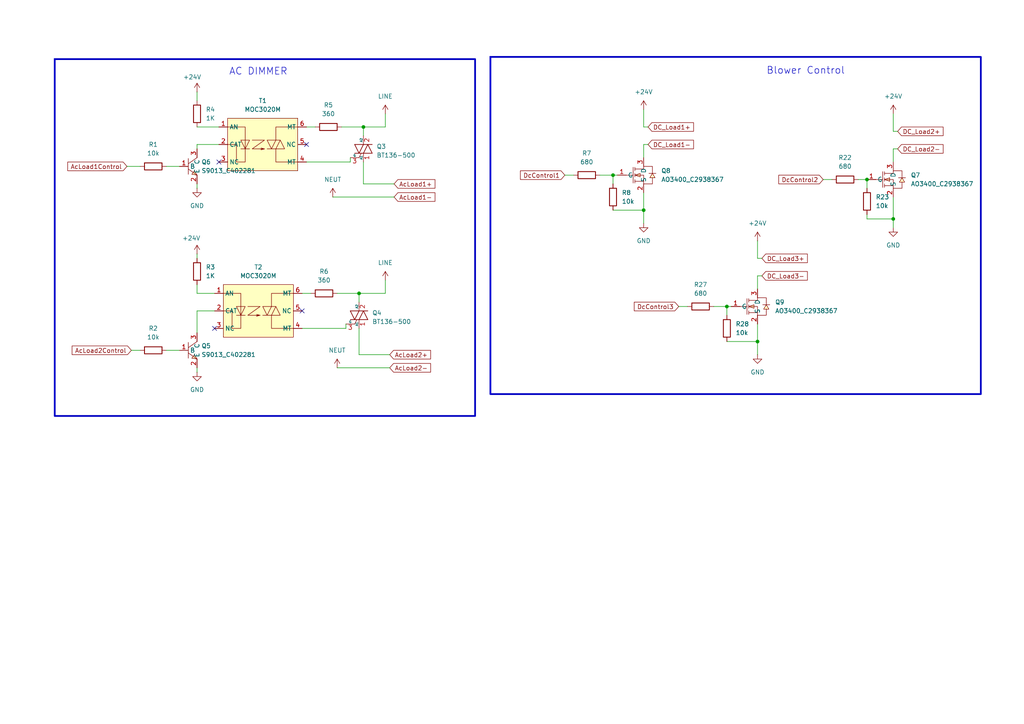
<source format=kicad_sch>
(kicad_sch (version 20250114) (generator "eeschema") (generator_version "9.0")
  (paper "A4")
  (lib_symbols
    (symbol "Device:R" (pin_numbers (hide yes)) (pin_names (offset 0))
      (property "Reference" "R" (at 2.032 0 90))
      (property "Value" "R" (at 0 0 90))
      (symbol "R_0_1"
        (rectangle (start -1.016 -2.54) (end 1.016 2.54) (stroke (width 0.254)))
      )
      (symbol "R_1_1"
        (pin passive line (at 0 3.81 270) (length 1.27) (name "~") (number "1"))
        (pin passive line (at 0 -3.81 90) (length 1.27) (name "~") (number "2"))
      )
    )
    (symbol "EasyEDA:AO3400_C2938367"
      (property "Reference" "Q" (at 0 10.16 0))
      (property "Value" "AO3400_C2938367" (at 0 -10.16 0))
      (symbol "AO3400_C2938367_0_1"
        (polyline (pts (xy -5.08 0) (xy -3.05 0)))
        (polyline (pts (xy -3.05 2.29) (xy -3.05 -2.29)))
        (polyline (pts (xy -2.54 2.29) (xy -2.54 1.27)))
        (polyline (pts (xy -2.54 1.78) (xy 0 1.78) (xy 0 2.54) (xy 2.54 2.54) (xy 2.54 0.51)))
        (polyline (pts (xy -2.54 0) (xy -1.02 -0.51) (xy -1.02 0.51) (xy -2.54 0)) (fill (type background)))
        (polyline (pts (xy -2.54 0) (xy 0 0) (xy 0 -2.54) (xy 2.54 -2.54) (xy 2.54 -0.76)))
        (polyline (pts (xy -2.54 -0.51) (xy -2.54 0.51)))
        (polyline (pts (xy -2.54 -2.29) (xy -2.54 -1.27)))
        (polyline (pts (xy 0 -1.78) (xy -2.54 -1.78)))
        (polyline (pts (xy 2.54 0.51) (xy 1.78 -0.76) (xy 3.3 -0.76) (xy 2.54 0.51)) (fill (type background)))
        (polyline (pts (xy 3.56 0.51) (xy 3.05 0.51) (xy 2.03 0.51) (xy 1.52 0.51)))
        (pin unspecified line (at -7.62 0 0) (length 2.54) (name "G") (number "1"))
        (pin unspecified line (at 0 5.08 270) (length 2.54) (name "D") (number "3"))
        (pin unspecified line (at 0 -5.08 90) (length 2.54) (name "S") (number "2"))
      )
    )
    (symbol "EasyEDA:MOC3020M"
      (property "Reference" "T" (at 0 10.16 0))
      (property "Value" "MOC3020M" (at 0 -10.16 0))
      (symbol "MOC3020M_0_1"
        (rectangle (start -10.16 7.62) (end 10.16 -7.62) (fill (type background)))
        (polyline (pts (xy -10.16 5.08) (xy -5.08 5.08) (xy -5.08 -5.08) (xy -7.62 -5.08) (xy -7.62 0) (xy -10.16 0)))
        (polyline (pts (xy -6.35 1.27) (xy -3.81 1.27) (xy -5.08 -1.27) (xy -6.35 1.27) (xy -6.35 1.27)) (fill (type background)))
        (polyline (pts (xy -6.35 -1.27) (xy -3.81 -1.27)))
        (polyline (pts (xy -3.05 1.27) (xy 0.51 1.27) (xy -3.05 -1.27) (xy 0.51 -1.27) (xy -0.51 -1.02)))
        (polyline (pts (xy 0.25 -1.27) (xy -0.51 -1.52)))
        (polyline (pts (xy 0.51 -1.27) (xy -0.51 -1.52)))
        (polyline (pts (xy 1.27 -1.27) (xy 3.81 -1.27) (xy 3.81 -5.08) (xy 10.16 -5.08)))
        (polyline (pts (xy 3.81 1.27) (xy 2.54 -1.27) (xy 1.27 1.27) (xy 3.81 1.27) (xy 3.81 1.27)) (fill (type background)))
        (polyline (pts (xy 3.81 -1.27) (xy 5.08 1.27) (xy 6.35 -1.27) (xy 3.81 -1.27) (xy 3.81 -1.27)) (fill (type background)))
        (polyline (pts (xy 5.08 1.27) (xy 3.81 1.27) (xy 3.81 5.08) (xy 10.16 5.08)))
        (pin unspecified line (at -12.7 5.08 0) (length 2.54) (name "AN") (number "1"))
        (pin unspecified line (at -12.7 0 0) (length 2.54) (name "CAT") (number "2"))
        (pin unspecified line (at -12.7 -5.08 0) (length 2.54) (name "NC") (number "3"))
        (pin unspecified line (at 12.7 5.08 180) (length 2.54) (name "MT") (number "6"))
        (pin unspecified line (at 12.7 0 180) (length 2.54) (name "NC") (number "5"))
        (pin unspecified line (at 12.7 -5.08 180) (length 2.54) (name "MT") (number "4"))
      )
    )
    (symbol "EasyEDA:S9013_C402281"
      (property "Reference" "Q" (at 0 10.16 0))
      (property "Value" "S9013_C402281" (at 0 -10.16 0))
      (symbol "S9013_C402281_0_1"
        (polyline (pts (xy 0 2.29) (xy 0 -2.29)))
        (polyline (pts (xy 0 -0.76) (xy 2.54 -2.54)))
        (polyline (pts (xy 2.54 2.54) (xy 0 0.76)))
        (polyline (pts (xy 2.54 -2.54) (xy 1.78 -1.27) (xy 1.02 -2.29) (xy 2.54 -2.54)) (fill (type background)))
        (pin unspecified line (at -2.54 0 0) (length 2.54) (name "B") (number "1"))
        (pin unspecified line (at 2.54 5.08 270) (length 2.54) (name "C") (number "3"))
        (pin unspecified line (at 2.54 -5.08 90) (length 2.54) (name "E") (number "2"))
      )
    )
    (symbol "Triac_Thyristor:BT136-500" (pin_names (offset 0))
      (property "Reference" "Q" (at 5.08 1.905 0))
      (property "Value" "BT136-500" (at 5.08 0 0))
      (symbol "BT136-500_0_1"
        (polyline (pts (xy -2.54 1.27) (xy 2.54 1.27)) (stroke (width 0.2032)))
        (polyline (pts (xy -2.54 1.27) (xy -1.27 -1.27) (xy 0 1.27)) (stroke (width 0.2032)))
        (polyline (pts (xy -2.54 -1.27) (xy 2.54 -1.27)) (stroke (width 0.2032)))
        (polyline (pts (xy -1.27 -2.54) (xy -0.635 -1.27)))
        (polyline (pts (xy 0 -1.27) (xy 1.27 1.27) (xy 2.54 -1.27)) (stroke (width 0.2032)))
      )
      (symbol "BT136-500_1_1"
        (pin input line (at -3.81 -2.54 0) (length 2.54) (name "G") (number "3"))
        (pin passive line (at 0 3.81 270) (length 2.54) (name "A2") (number "2"))
        (pin passive line (at 0 -3.81 90) (length 2.54) (name "A1") (number "1"))
      )
    )
    (symbol "power:+12V" (power) (pin_numbers (hide yes)) (pin_names (offset 0) (hide yes))
      (property "Value" "+12V" (at 0 3.556 0))
      (symbol "+12V_0_1"
        (polyline (pts (xy -0.762 1.27) (xy 0 2.54)))
        (polyline (pts (xy 0 2.54) (xy 0.762 1.27)))
        (polyline (pts (xy 0 0) (xy 0 2.54)))
      )
      (symbol "+12V_1_1"
        (pin power_in line (at 0 0 90) (length 0) (name "~") (number "1"))
      )
    )
    (symbol "power:GND" (power) (pin_numbers (hide yes)) (pin_names (offset 0) (hide yes))
      (property "Value" "GND" (at 0 -3.81 0))
      (symbol "GND_0_1"
        (polyline (pts (xy 0 0) (xy 0 -1.27) (xy 1.27 -1.27) (xy 0 -2.54) (xy -1.27 -1.27) (xy 0 -1.27)))
      )
      (symbol "GND_1_1"
        (pin power_in line (at 0 0 270) (length 0) (name "~") (number "1"))
      )
    )
    (symbol "power:LINE" (power) (pin_numbers (hide yes)) (pin_names (offset 0) (hide yes))
      (property "Value" "LINE" (at 0 3.556 0))
      (symbol "LINE_0_1"
        (polyline (pts (xy -0.762 1.27) (xy 0 2.54)))
        (polyline (pts (xy 0 2.54) (xy 0.762 1.27)))
        (polyline (pts (xy 0 0) (xy 0 2.54)))
      )
      (symbol "LINE_1_1"
        (pin power_in line (at 0 0 90) (length 0) (name "~") (number "1"))
      )
    )
    (symbol "power:NEUT" (power) (pin_numbers (hide yes)) (pin_names (offset 0) (hide yes))
      (property "Value" "NEUT" (at 0 3.556 0))
      (symbol "NEUT_0_1"
        (polyline (pts (xy -0.762 1.27) (xy 0 2.54)))
        (polyline (pts (xy 0 2.54) (xy 0.762 1.27)))
        (polyline (pts (xy 0 0) (xy 0 2.54)))
      )
      (symbol "NEUT_1_1"
        (pin power_in line (at 0 0 90) (length 0) (name "~") (number "1"))
      )
    )
  )
  (rectangle (start 15.875 17.145) (end 137.795 120.65) (stroke (width 0.508)))
  (rectangle (start 142.24 16.51) (end 284.48 114.3) (stroke (width 0.508)))
  (text "Blower Control\n" (at 233.68 20.574 0) (effects (font (size 2.032 2.032))))
  (text "AC DIMMER\n" (at 74.93 20.828 0) (effects (font (size 2.032 2.032))))
  (junction (at 251.46 52.07))
  (junction (at 177.8 50.8))
  (junction (at 219.71 99.06))
  (junction (at 210.82 88.9))
  (junction (at 104.14 85.09))
  (junction (at 105.41 36.83))
  (junction (at 186.69 60.96))
  (junction (at 259.08 63.5))
  (no_connect (at 88.9 41.91))
  (no_connect (at 87.63 90.17))
  (no_connect (at 62.23 95.25))
  (no_connect (at 63.5 46.99))
  (wire (pts (xy 186.69 41.91) (xy 186.69 45.72)))
  (wire (pts (xy 219.71 69.85) (xy 219.71 74.93)))
  (wire (pts (xy 219.71 93.98) (xy 219.71 99.06)))
  (wire (pts (xy 57.15 53.34) (xy 57.15 54.61)))
  (wire (pts (xy 259.08 33.02) (xy 259.08 38.1)))
  (wire (pts (xy 187.96 36.83) (xy 186.69 36.83)))
  (wire (pts (xy 88.9 36.83) (xy 91.44 36.83)))
  (wire (pts (xy 36.83 48.26) (xy 40.64 48.26)))
  (wire (pts (xy 105.41 46.99) (xy 105.41 53.34)))
  (wire (pts (xy 104.14 85.09) (xy 104.14 87.63)))
  (wire (pts (xy 177.8 60.96) (xy 186.69 60.96)))
  (wire (pts (xy 57.15 36.83) (xy 63.5 36.83)))
  (wire (pts (xy 88.9 46.99) (xy 101.6 46.99)))
  (wire (pts (xy 57.15 41.91) (xy 63.5 41.91)))
  (wire (pts (xy 251.46 62.23) (xy 251.46 63.5)))
  (wire (pts (xy 57.15 90.17) (xy 57.15 96.52)))
  (wire (pts (xy 87.63 95.25) (xy 100.33 95.25)))
  (wire (pts (xy 248.92 52.07) (xy 251.46 52.07)))
  (wire (pts (xy 111.76 33.02) (xy 111.76 36.83)))
  (wire (pts (xy 219.71 99.06) (xy 219.71 102.87)))
  (wire (pts (xy 57.15 41.91) (xy 57.15 43.18)))
  (wire (pts (xy 238.76 52.07) (xy 241.3 52.07)))
  (wire (pts (xy 97.79 85.09) (xy 104.14 85.09)))
  (wire (pts (xy 99.06 36.83) (xy 105.41 36.83)))
  (wire (pts (xy 186.69 60.96) (xy 186.69 64.77)))
  (wire (pts (xy 251.46 63.5) (xy 259.08 63.5)))
  (wire (pts (xy 251.46 54.61) (xy 251.46 52.07)))
  (wire (pts (xy 207.01 88.9) (xy 210.82 88.9)))
  (wire (pts (xy 210.82 99.06) (xy 219.71 99.06)))
  (wire (pts (xy 177.8 50.8) (xy 177.8 53.34)))
  (wire (pts (xy 186.69 41.91) (xy 187.96 41.91)))
  (wire (pts (xy 199.39 88.9) (xy 196.85 88.9)))
  (wire (pts (xy 260.35 38.1) (xy 259.08 38.1)))
  (wire (pts (xy 87.63 85.09) (xy 90.17 85.09)))
  (wire (pts (xy 38.1 101.6) (xy 40.64 101.6)))
  (wire (pts (xy 97.79 106.68) (xy 113.03 106.68)))
  (wire (pts (xy 57.15 90.17) (xy 62.23 90.17)))
  (wire (pts (xy 57.15 73.66) (xy 57.15 74.93)))
  (wire (pts (xy 104.14 102.87) (xy 113.03 102.87)))
  (wire (pts (xy 259.08 57.15) (xy 259.08 63.5)))
  (wire (pts (xy 111.76 81.28) (xy 111.76 85.09)))
  (wire (pts (xy 104.14 85.09) (xy 111.76 85.09)))
  (wire (pts (xy 186.69 55.88) (xy 186.69 60.96)))
  (wire (pts (xy 166.37 50.8) (xy 163.83 50.8)))
  (wire (pts (xy 105.41 36.83) (xy 105.41 39.37)))
  (wire (pts (xy 57.15 82.55) (xy 57.15 85.09)))
  (wire (pts (xy 101.6 46.99) (xy 101.6 45.72)))
  (wire (pts (xy 48.26 101.6) (xy 52.07 101.6)))
  (wire (pts (xy 96.52 57.15) (xy 114.3 57.15)))
  (wire (pts (xy 177.8 50.8) (xy 179.07 50.8)))
  (wire (pts (xy 219.71 80.01) (xy 219.71 83.82)))
  (wire (pts (xy 220.98 74.93) (xy 219.71 74.93)))
  (wire (pts (xy 173.99 50.8) (xy 177.8 50.8)))
  (wire (pts (xy 57.15 26.67) (xy 57.15 29.21)))
  (wire (pts (xy 57.15 85.09) (xy 62.23 85.09)))
  (wire (pts (xy 259.08 43.18) (xy 260.35 43.18)))
  (wire (pts (xy 259.08 63.5) (xy 259.08 66.04)))
  (wire (pts (xy 210.82 88.9) (xy 210.82 91.44)))
  (wire (pts (xy 105.41 53.34) (xy 114.3 53.34)))
  (wire (pts (xy 104.14 102.87) (xy 104.14 95.25)))
  (wire (pts (xy 100.33 95.25) (xy 100.33 93.98)))
  (wire (pts (xy 186.69 31.75) (xy 186.69 36.83)))
  (wire (pts (xy 105.41 36.83) (xy 111.76 36.83)))
  (wire (pts (xy 210.82 88.9) (xy 212.09 88.9)))
  (wire (pts (xy 259.08 43.18) (xy 259.08 46.99)))
  (wire (pts (xy 219.71 80.01) (xy 220.98 80.01)))
  (wire (pts (xy 57.15 106.68) (xy 57.15 107.95)))
  (wire (pts (xy 48.26 48.26) (xy 52.07 48.26)))
  (global_label "DcControl3" (shape input) (at 196.85 88.9 180) (property "Intersheetrefs" "${INTERSHEET_REFS}" (effects (hide yes))))
  (global_label "AcLoad2Control" (shape input) (at 38.1 101.6 180) (property "Intersheetrefs" "${INTERSHEET_REFS}" (effects (hide yes))))
  (global_label "DC_Load2+" (shape input) (at 260.35 38.1 0) (property "Intersheetrefs" "${INTERSHEET_REFS}" (effects (hide yes))))
  (global_label "DC_Load1-" (shape input) (at 187.96 41.91 0) (property "Intersheetrefs" "${INTERSHEET_REFS}" (effects (hide yes))))
  (global_label "DcControl1" (shape input) (at 163.83 50.8 180) (property "Intersheetrefs" "${INTERSHEET_REFS}" (effects (hide yes))))
  (global_label "DC_Load3-" (shape input) (at 220.98 80.01 0) (property "Intersheetrefs" "${INTERSHEET_REFS}" (effects (hide yes))))
  (global_label "AcLoad1+" (shape input) (at 114.3 53.34 0) (property "Intersheetrefs" "${INTERSHEET_REFS}" (effects (hide yes))))
  (global_label "AcLoad1-" (shape input) (at 114.3 57.15 0) (property "Intersheetrefs" "${INTERSHEET_REFS}" (effects (hide yes))))
  (global_label "DC_Load3+" (shape input) (at 220.98 74.93 0) (property "Intersheetrefs" "${INTERSHEET_REFS}" (effects (hide yes))))
  (global_label "AcLoad2-" (shape input) (at 113.03 106.68 0) (property "Intersheetrefs" "${INTERSHEET_REFS}" (effects (hide yes))))
  (global_label "AcLoad2+" (shape input) (at 113.03 102.87 0) (property "Intersheetrefs" "${INTERSHEET_REFS}" (effects (hide yes))))
  (global_label "DC_Load2-" (shape input) (at 260.35 43.18 0) (property "Intersheetrefs" "${INTERSHEET_REFS}" (effects (hide yes))))
  (global_label "DC_Load1+" (shape input) (at 187.96 36.83 0) (property "Intersheetrefs" "${INTERSHEET_REFS}" (effects (hide yes))))
  (global_label "AcLoad1Control" (shape input) (at 36.83 48.26 180) (property "Intersheetrefs" "${INTERSHEET_REFS}" (effects (hide yes))))
  (global_label "DcControl2" (shape input) (at 238.76 52.07 180) (property "Intersheetrefs" "${INTERSHEET_REFS}" (effects (hide yes))))
  (symbol (lib_id "power:GND") (at 219.71 102.87 0) (unit 1)
    (property "Reference" "#PWR018" (effects (hide yes)))
    (property "Value" "GND" (at 219.71 107.95 0))
    (property "Description" "Power symbol creates a global label with name \"GND\" , ground" (effects (hide yes)))
  )
  (symbol (lib_id "Device:R") (at 203.2 88.9 270) (unit 1)
    (property "Reference" "R27" (at 203.2 82.55 90))
    (property "Value" "680" (at 203.2 85.09 90))
    (property "Footprint" "Resistor_SMD:R_1206_3216Metric_Pad1.30x1.75mm_HandSolder" (effects (hide yes)))
    (property "Description" "Resistor" (effects (hide yes)))
  )
  (symbol (lib_id "Device:R") (at 57.15 33.02 180) (unit 1)
    (property "Reference" "R4" (at 59.69 31.7499 0) (effects (justify right)))
    (property "Value" "1K" (at 59.69 34.2899 0) (effects (justify right)))
    (property "Footprint" "Resistor_SMD:R_1206_3216Metric_Pad1.30x1.75mm_HandSolder" (effects (hide yes)))
    (property "Description" "Resistor" (effects (hide yes)))
  )
  (symbol (lib_id "EasyEDA:AO3400_C2938367") (at 186.69 50.8 0) (unit 1)
    (property "Reference" "Q8" (at 191.77 49.5299 0) (effects (justify left)))
    (property "Value" "AO3400_C2938367" (at 191.77 52.0699 0) (effects (justify left)))
    (property "Footprint" "EasyEDA:SOT-23_L2.9-W1.3-P1.90-LS2.4-BR" (effects (hide yes)))
    (property "LCSC Part" "C2938367" (effects (hide yes)))
  )
  (symbol (lib_id "power:GND") (at 57.15 54.61 0) (unit 1)
    (property "Reference" "#PWR01" (effects (hide yes)))
    (property "Value" "GND" (at 57.15 59.69 0))
    (property "Description" "Power symbol creates a global label with name \"GND\" , ground" (effects (hide yes)))
  )
  (symbol (lib_id "Device:R") (at 93.98 85.09 270) (unit 1)
    (property "Reference" "R6" (at 93.98 78.74 90))
    (property "Value" "360" (at 93.98 81.28 90))
    (property "Footprint" "Resistor_SMD:R_1206_3216Metric_Pad1.30x1.75mm_HandSolder" (effects (hide yes)))
    (property "Description" "Resistor" (effects (hide yes)))
  )
  (symbol (lib_id "EasyEDA:S9013_C402281") (at 54.61 101.6 0) (unit 1)
    (property "Reference" "Q5" (at 58.42 100.3299 0) (effects (justify left)))
    (property "Value" "S9013_C402281" (at 58.42 102.8699 0) (effects (justify left)))
    (property "Footprint" "EasyEDA:SOT-23-3_L2.9-W1.3-P0.95-LS2.4-BR" (effects (hide yes)))
    (property "Datasheet" "https://lcsc.com/product-detail/Transistors-NPN-PNP_LGE-S9013_C402281.html" (effects (hide yes)))
    (property "LCSC Part" "C402281" (effects (hide yes)))
  )
  (symbol (lib_id "power:GND") (at 186.69 64.77 0) (unit 1)
    (property "Reference" "#PWR09" (effects (hide yes)))
    (property "Value" "GND" (at 186.69 69.85 0))
    (property "Description" "Power symbol creates a global label with name \"GND\" , ground" (effects (hide yes)))
  )
  (symbol (lib_id "Device:R") (at 57.15 78.74 180) (unit 1)
    (property "Reference" "R3" (at 59.69 77.4699 0) (effects (justify right)))
    (property "Value" "1K" (at 59.69 80.0099 0) (effects (justify right)))
    (property "Footprint" "Resistor_SMD:R_1206_3216Metric_Pad1.30x1.75mm_HandSolder" (effects (hide yes)))
    (property "Description" "Resistor" (effects (hide yes)))
  )
  (symbol (lib_id "EasyEDA:MOC3020M") (at 76.2 41.91 0) (unit 1)
    (property "Reference" "T1" (at 76.2 29.21 0))
    (property "Value" "MOC3020M" (at 76.2 31.75 0))
    (property "Footprint" "EasyEDA:DIP-6_L8.5-W6.4-P2.54-LS7.6-BL" (effects (hide yes)))
    (property "Datasheet" "https://lcsc.com/product-detail/Triac-Optocouplers_FAIRCHILD_MOC3020M_MOC3020M_C86911.html" (effects (hide yes)))
    (property "LCSC Part" "C86911" (effects (hide yes)))
  )
  (symbol (lib_id "power:+12V") (at 186.69 31.75 0) (unit 1)
    (property "Reference" "#PWR010" (effects (hide yes)))
    (property "Value" "+24V" (at 186.69 26.67 0))
    (property "Description" "Power symbol creates a global label with name \"+12V\"" (effects (hide yes)))
  )
  (symbol (lib_id "Device:R") (at 170.18 50.8 270) (unit 1)
    (property "Reference" "R7" (at 170.18 44.45 90))
    (property "Value" "680" (at 170.18 46.99 90))
    (property "Footprint" "Resistor_SMD:R_1206_3216Metric_Pad1.30x1.75mm_HandSolder" (effects (hide yes)))
    (property "Description" "Resistor" (effects (hide yes)))
  )
  (symbol (lib_id "power:LINE") (at 111.76 81.28 0) (unit 1)
    (property "Reference" "#PWR06" (effects (hide yes)))
    (property "Value" "LINE" (at 111.76 76.2 0))
    (property "Description" "Power symbol creates a global label with name \"LINE\"" (effects (hide yes)))
  )
  (symbol (lib_id "power:NEUT") (at 96.52 57.15 0) (unit 1)
    (property "Reference" "#PWR07" (effects (hide yes)))
    (property "Value" "NEUT" (at 96.52 52.07 0))
    (property "Description" "Power symbol creates a global label with name \"NEUT\"" (effects (hide yes)))
  )
  (symbol (lib_id "Triac_Thyristor:BT136-500") (at 104.14 91.44 0) (unit 1)
    (property "Reference" "Q4" (at 107.95 90.7541 0) (effects (justify left)))
    (property "Value" "BT136-500" (at 107.95 93.2941 0) (effects (justify left)))
    (property "Footprint" "Package_TO_SOT_THT:TO-220-3_Horizontal_TabDown" (effects (hide yes)))
    (property "Datasheet" "http://www.micropik.com/PDF/BT136-600.pdf" (effects (hide yes)))
    (property "Description" "4A RMS, 500V Off-State Voltage, Triac, TO-220" (effects (hide yes)))
  )
  (symbol (lib_id "power:GND") (at 57.15 107.95 0) (unit 1)
    (property "Reference" "#PWR02" (effects (hide yes)))
    (property "Value" "GND" (at 57.15 113.03 0))
    (property "Description" "Power symbol creates a global label with name \"GND\" , ground" (effects (hide yes)))
  )
  (symbol (lib_id "Device:R") (at 245.11 52.07 270) (unit 1)
    (property "Reference" "R22" (at 245.11 45.72 90))
    (property "Value" "680" (at 245.11 48.26 90))
    (property "Footprint" "Resistor_SMD:R_1206_3216Metric_Pad1.30x1.75mm_HandSolder" (effects (hide yes)))
    (property "Description" "Resistor" (effects (hide yes)))
  )
  (symbol (lib_id "EasyEDA:AO3400_C2938367") (at 259.08 52.07 0) (unit 1)
    (property "Reference" "Q7" (at 264.16 50.7999 0) (effects (justify left)))
    (property "Value" "AO3400_C2938367" (at 264.16 53.3399 0) (effects (justify left)))
    (property "Footprint" "EasyEDA:SOT-23_L2.9-W1.3-P1.90-LS2.4-BR" (effects (hide yes)))
    (property "LCSC Part" "C2938367" (effects (hide yes)))
  )
  (symbol (lib_id "power:+12V") (at 219.71 69.85 0) (unit 1)
    (property "Reference" "#PWR017" (effects (hide yes)))
    (property "Value" "+24V" (at 219.71 64.77 0))
    (property "Description" "Power symbol creates a global label with name \"+12V\"" (effects (hide yes)))
  )
  (symbol (lib_id "power:+12V") (at 259.08 33.02 0) (unit 1)
    (property "Reference" "#PWR025" (effects (hide yes)))
    (property "Value" "+24V" (at 259.08 27.94 0))
    (property "Description" "Power symbol creates a global label with name \"+12V\"" (effects (hide yes)))
  )
  (symbol (lib_id "power:LINE") (at 111.76 33.02 0) (unit 1)
    (property "Reference" "#PWR05" (effects (hide yes)))
    (property "Value" "LINE" (at 111.76 27.94 0))
    (property "Description" "Power symbol creates a global label with name \"LINE\"" (effects (hide yes)))
  )
  (symbol (lib_id "power:GND") (at 259.08 66.04 0) (unit 1)
    (property "Reference" "#PWR026" (effects (hide yes)))
    (property "Value" "GND" (at 259.08 71.12 0))
    (property "Description" "Power symbol creates a global label with name \"GND\" , ground" (effects (hide yes)))
  )
  (symbol (lib_id "EasyEDA:AO3400_C2938367") (at 219.71 88.9 0) (unit 1)
    (property "Reference" "Q9" (at 224.79 87.6299 0) (effects (justify left)))
    (property "Value" "AO3400_C2938367" (at 224.79 90.1699 0) (effects (justify left)))
    (property "Footprint" "EasyEDA:SOT-23_L2.9-W1.3-P1.90-LS2.4-BR" (effects (hide yes)))
    (property "LCSC Part" "C2938367" (effects (hide yes)))
  )
  (symbol (lib_id "EasyEDA:S9013_C402281") (at 54.61 48.26 0) (unit 1)
    (property "Reference" "Q6" (at 58.42 46.9899 0) (effects (justify left)))
    (property "Value" "S9013_C402281" (at 58.42 49.5299 0) (effects (justify left)))
    (property "Footprint" "EasyEDA:SOT-23-3_L2.9-W1.3-P0.95-LS2.4-BR" (effects (hide yes)))
    (property "Datasheet" "https://lcsc.com/product-detail/Transistors-NPN-PNP_LGE-S9013_C402281.html" (effects (hide yes)))
    (property "LCSC Part" "C402281" (effects (hide yes)))
  )
  (symbol (lib_id "Device:R") (at 44.45 48.26 90) (unit 1)
    (property "Reference" "R1" (at 44.45 41.91 90))
    (property "Value" "10k" (at 44.45 44.45 90))
    (property "Footprint" "Resistor_SMD:R_1206_3216Metric_Pad1.30x1.75mm_HandSolder" (effects (hide yes)))
    (property "Description" "Resistor" (effects (hide yes)))
  )
  (symbol (lib_id "Device:R") (at 210.82 95.25 0) (unit 1)
    (property "Reference" "R28" (at 213.36 93.9799 0) (effects (justify left)))
    (property "Value" "10k" (at 213.36 96.5199 0) (effects (justify left)))
    (property "Footprint" "Resistor_SMD:R_1206_3216Metric_Pad1.30x1.75mm_HandSolder" (effects (hide yes)))
    (property "Description" "Resistor" (effects (hide yes)))
  )
  (symbol (lib_id "power:+12V") (at 57.15 26.67 0) (unit 1)
    (property "Reference" "#PWR04" (effects (hide yes)))
    (property "Value" "+24V" (at 53.086 22.352 0) (effects (justify left)))
    (property "Description" "Power symbol creates a global label with name \"+12V\"" (effects (hide yes)))
  )
  (symbol (lib_id "Device:R") (at 44.45 101.6 90) (unit 1)
    (property "Reference" "R2" (at 44.45 95.25 90))
    (property "Value" "10k" (at 44.45 97.79 90))
    (property "Footprint" "Resistor_SMD:R_1206_3216Metric_Pad1.30x1.75mm_HandSolder" (effects (hide yes)))
    (property "Description" "Resistor" (effects (hide yes)))
  )
  (symbol (lib_id "Device:R") (at 251.46 58.42 0) (unit 1)
    (property "Reference" "R23" (at 254 57.1499 0) (effects (justify left)))
    (property "Value" "10k" (at 254 59.6899 0) (effects (justify left)))
    (property "Footprint" "Resistor_SMD:R_1206_3216Metric_Pad1.30x1.75mm_HandSolder" (effects (hide yes)))
    (property "Description" "Resistor" (effects (hide yes)))
  )
  (symbol (lib_id "Device:R") (at 95.25 36.83 270) (unit 1)
    (property "Reference" "R5" (at 95.25 30.48 90))
    (property "Value" "360" (at 95.25 33.02 90))
    (property "Footprint" "Resistor_SMD:R_1206_3216Metric_Pad1.30x1.75mm_HandSolder" (effects (hide yes)))
    (property "Description" "Resistor" (effects (hide yes)))
  )
  (symbol (lib_id "Device:R") (at 177.8 57.15 0) (unit 1)
    (property "Reference" "R8" (at 180.34 55.8799 0) (effects (justify left)))
    (property "Value" "10k" (at 180.34 58.4199 0) (effects (justify left)))
    (property "Footprint" "Resistor_SMD:R_1206_3216Metric_Pad1.30x1.75mm_HandSolder" (effects (hide yes)))
    (property "Description" "Resistor" (effects (hide yes)))
  )
  (symbol (lib_id "EasyEDA:MOC3020M") (at 74.93 90.17 0) (unit 1)
    (property "Reference" "T2" (at 74.93 77.47 0))
    (property "Value" "MOC3020M" (at 74.93 80.01 0))
    (property "Footprint" "EasyEDA:DIP-6_L8.5-W6.4-P2.54-LS7.6-BL" (effects (hide yes)))
    (property "Datasheet" "https://lcsc.com/product-detail/Triac-Optocouplers_FAIRCHILD_MOC3020M_MOC3020M_C86911.html" (effects (hide yes)))
    (property "LCSC Part" "C86911" (effects (hide yes)))
  )
  (symbol (lib_id "power:+12V") (at 57.15 73.66 0) (unit 1)
    (property "Reference" "#PWR03" (effects (hide yes)))
    (property "Value" "+24V" (at 52.832 69.088 0) (effects (justify left)))
    (property "Description" "Power symbol creates a global label with name \"+12V\"" (effects (hide yes)))
  )
  (symbol (lib_id "power:NEUT") (at 97.79 106.68 0) (unit 1)
    (property "Reference" "#PWR08" (effects (hide yes)))
    (property "Value" "NEUT" (at 97.79 101.6 0))
    (property "Description" "Power symbol creates a global label with name \"NEUT\"" (effects (hide yes)))
  )
  (symbol (lib_id "Triac_Thyristor:BT136-500") (at 105.41 43.18 0) (unit 1)
    (property "Reference" "Q3" (at 109.22 42.4941 0) (effects (justify left)))
    (property "Value" "BT136-500" (at 109.22 45.0341 0) (effects (justify left)))
    (property "Footprint" "Package_TO_SOT_THT:TO-220-3_Horizontal_TabDown" (effects (hide yes)))
    (property "Datasheet" "http://www.micropik.com/PDF/BT136-600.pdf" (effects (hide yes)))
    (property "Description" "4A RMS, 500V Off-State Voltage, Triac, TO-220" (effects (hide yes)))
  )
)
</source>
